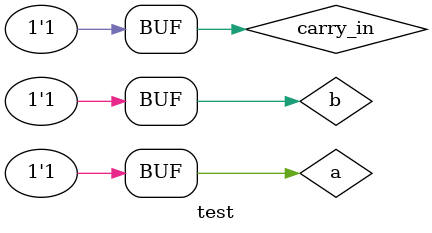
<source format=v>
module test;
	reg a, b, carry_in;
	wire struct_sum, struct_carry_out, behave_sum, behave_carry_out;
	
	full_adder_behave FA1(a, b, carry_in, behave_sum, behave_carry_out);
	full_adder_struct FA2(a, b, carry_in, struct_sum, struct_carry_out);
	
	initial begin
	
		a=1'b0;b=1'b0;carry_in=1'b0;
	#1	a=1'b0;b=1'b0;carry_in=1'b1;
	#1	a=1'b0;b=1'b1;carry_in=1'b0;
	#1	a=1'b0;b=1'b1;carry_in=1'b1;
	#1	a=1'b1;b=1'b0;carry_in=1'b0;
	#1	a=1'b1;b=1'b0;carry_in=1'b1;
	#1	a=1'b1;b=1'b1;carry_in=1'b0;
	#1	a=1'b1;b=1'b1;carry_in=1'b1;
	#1;
	
	end
	
	initial begin	
	$monitor("Behavioral Input1:%b, Input2:%b, Input3:%b, Sum:%b, carry_out:%b", a, b, carry_in, behave_sum, behave_carry_out);
	$monitor("Structural Input1:%b, Input2:%b, Input3:%b, Sum:%b, carry_out:%b", a, b, carry_in, struct_sum, struct_carry_out);	
	end
	
	initial begin
	
	$dumpfile("test.vcd");
	$dumpvars;
	
	end
	
endmodule


</source>
